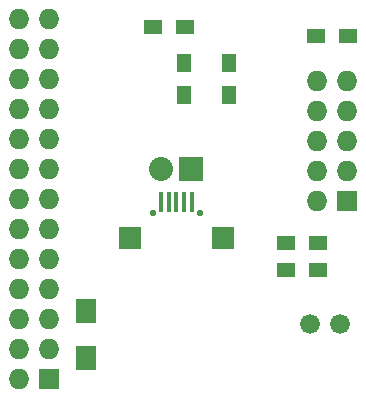
<source format=gbr>
G04 #@! TF.FileFunction,Soldermask,Top*
%FSLAX46Y46*%
G04 Gerber Fmt 4.6, Leading zero omitted, Abs format (unit mm)*
G04 Created by KiCad (PCBNEW (after 2015-mar-04 BZR unknown)-product) date 7/25/2016 1:55:09 PM*
%MOMM*%
G01*
G04 APERTURE LIST*
%ADD10C,0.150000*%
%ADD11R,0.400000X1.800000*%
%ADD12C,0.550000*%
%ADD13R,1.900000X1.900000*%
%ADD14R,1.500000X1.300000*%
%ADD15R,1.300000X1.500000*%
%ADD16R,1.727200X1.727200*%
%ADD17O,1.727200X1.727200*%
%ADD18R,1.700000X2.000000*%
%ADD19R,2.032000X2.032000*%
%ADD20O,2.032000X2.032000*%
%ADD21C,1.676400*%
G04 APERTURE END LIST*
D10*
D11*
X13940000Y-17380000D03*
X14590000Y-17380000D03*
X15240000Y-17380000D03*
X15890000Y-17380000D03*
X16540000Y-17380000D03*
D12*
X13240000Y-18305000D03*
X17240000Y-18305000D03*
D13*
X11290000Y-20405000D03*
X19190000Y-20405000D03*
D14*
X24558000Y-23114000D03*
X27258000Y-23114000D03*
X27258000Y-20828000D03*
X24558000Y-20828000D03*
D15*
X19685000Y-5635000D03*
X19685000Y-8335000D03*
D14*
X27098000Y-3302000D03*
X29798000Y-3302000D03*
D15*
X15875000Y-5635000D03*
X15875000Y-8335000D03*
D16*
X4445000Y-32385000D03*
D17*
X1905000Y-32385000D03*
X4445000Y-29845000D03*
X1905000Y-29845000D03*
X4445000Y-27305000D03*
X1905000Y-27305000D03*
X4445000Y-24765000D03*
X1905000Y-24765000D03*
X4445000Y-22225000D03*
X1905000Y-22225000D03*
X4445000Y-19685000D03*
X1905000Y-19685000D03*
X4445000Y-17145000D03*
X1905000Y-17145000D03*
X4445000Y-14605000D03*
X1905000Y-14605000D03*
X4445000Y-12065000D03*
X1905000Y-12065000D03*
X4445000Y-9525000D03*
X1905000Y-9525000D03*
X4445000Y-6985000D03*
X1905000Y-6985000D03*
X4445000Y-4445000D03*
X1905000Y-4445000D03*
X4445000Y-1905000D03*
X1905000Y-1905000D03*
D16*
X29718000Y-17272000D03*
D17*
X27178000Y-17272000D03*
X29718000Y-14732000D03*
X27178000Y-14732000D03*
X29718000Y-12192000D03*
X27178000Y-12192000D03*
X29718000Y-9652000D03*
X27178000Y-9652000D03*
X29718000Y-7112000D03*
X27178000Y-7112000D03*
D18*
X7620000Y-30575000D03*
X7620000Y-26575000D03*
D14*
X15955000Y-2540000D03*
X13255000Y-2540000D03*
D19*
X16510000Y-14605000D03*
D20*
X13970000Y-14605000D03*
D21*
X26543000Y-27686000D03*
X29083000Y-27686000D03*
M02*

</source>
